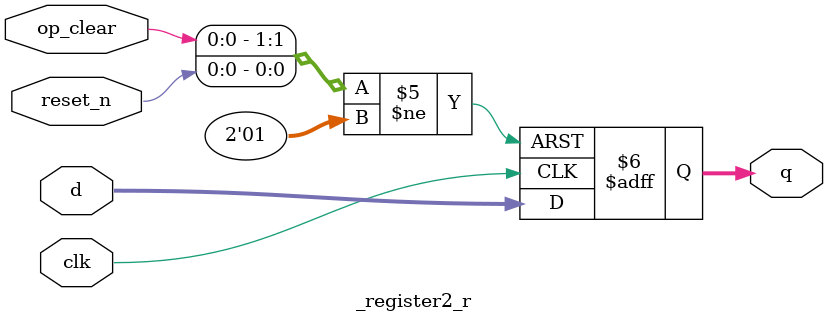
<source format=v>

module _register2_r(clk, reset_n, op_clear, d, q);   //d flip-flop 

	//input, output reg
	input clk, reset_n, op_clear;
	input [1:0] d;
	output reg [1:0] q; 
	
	//output q
	always@(posedge clk or negedge reset_n or posedge op_clear)
	begin
		if(reset_n == 0) q <= 2'b0;        //reset_n
		else if(op_clear == 1) q <= 2'b0;  //op_clear
		else q <= d;
	end
	
endmodule

</source>
